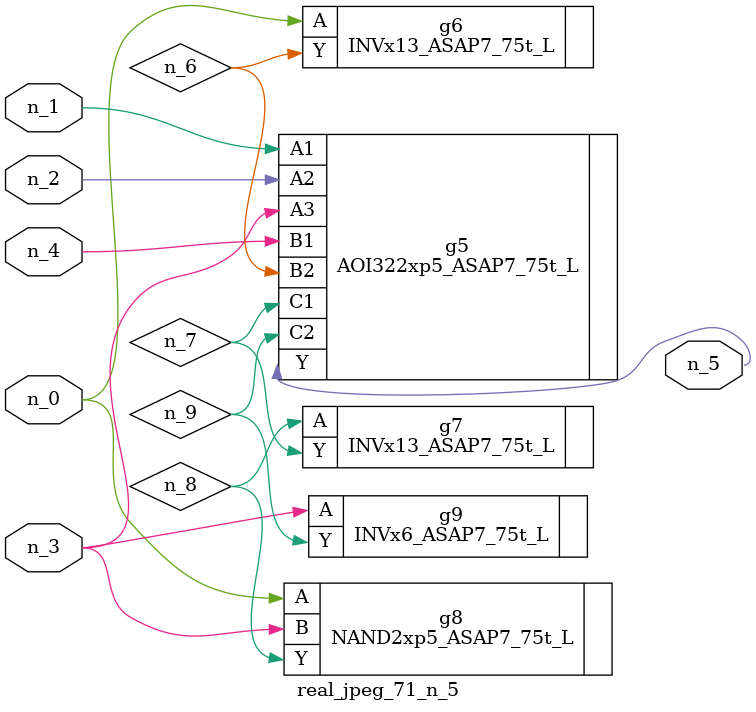
<source format=v>
module real_jpeg_71_n_5 (n_4, n_0, n_1, n_2, n_3, n_5);

input n_4;
input n_0;
input n_1;
input n_2;
input n_3;

output n_5;

wire n_8;
wire n_6;
wire n_7;
wire n_9;

INVx13_ASAP7_75t_L g6 ( 
.A(n_0),
.Y(n_6)
);

NAND2xp5_ASAP7_75t_L g8 ( 
.A(n_0),
.B(n_3),
.Y(n_8)
);

AOI322xp5_ASAP7_75t_L g5 ( 
.A1(n_1),
.A2(n_2),
.A3(n_3),
.B1(n_4),
.B2(n_6),
.C1(n_7),
.C2(n_9),
.Y(n_5)
);

INVx6_ASAP7_75t_L g9 ( 
.A(n_3),
.Y(n_9)
);

INVx13_ASAP7_75t_L g7 ( 
.A(n_8),
.Y(n_7)
);


endmodule
</source>
